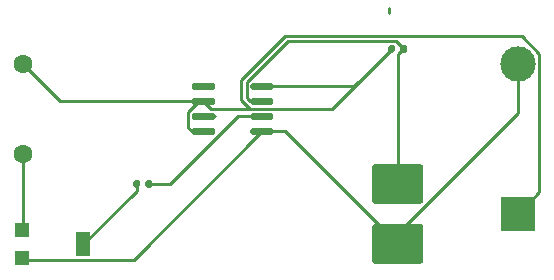
<source format=gbr>
%TF.GenerationSoftware,KiCad,Pcbnew,(5.1.9)-1*%
%TF.CreationDate,2021-03-21T15:36:50-07:00*%
%TF.ProjectId,light,6c696768-742e-46b6-9963-61645f706362,rev?*%
%TF.SameCoordinates,Original*%
%TF.FileFunction,Copper,L1,Top*%
%TF.FilePolarity,Positive*%
%FSLAX46Y46*%
G04 Gerber Fmt 4.6, Leading zero omitted, Abs format (unit mm)*
G04 Created by KiCad (PCBNEW (5.1.9)-1) date 2021-03-21 15:36:50*
%MOMM*%
%LPD*%
G01*
G04 APERTURE LIST*
%TA.AperFunction,SMDPad,CuDef*%
%ADD10R,1.300000X1.300000*%
%TD*%
%TA.AperFunction,SMDPad,CuDef*%
%ADD11R,1.300000X2.000000*%
%TD*%
%TA.AperFunction,ComponentPad*%
%ADD12C,1.600000*%
%TD*%
%TA.AperFunction,ComponentPad*%
%ADD13R,3.000000X3.000000*%
%TD*%
%TA.AperFunction,ComponentPad*%
%ADD14C,3.000000*%
%TD*%
%TA.AperFunction,Conductor*%
%ADD15C,0.250000*%
%TD*%
G04 APERTURE END LIST*
%TO.P,U1,8*%
%TO.N,Net-(BT1-Pad1)*%
%TA.AperFunction,SMDPad,CuDef*%
G36*
G01*
X149630000Y-94465000D02*
X149630000Y-94765000D01*
G75*
G02*
X149480000Y-94915000I-150000J0D01*
G01*
X147830000Y-94915000D01*
G75*
G02*
X147680000Y-94765000I0J150000D01*
G01*
X147680000Y-94465000D01*
G75*
G02*
X147830000Y-94315000I150000J0D01*
G01*
X149480000Y-94315000D01*
G75*
G02*
X149630000Y-94465000I0J-150000D01*
G01*
G37*
%TD.AperFunction*%
%TO.P,U1,7*%
%TO.N,Net-(U1-Pad7)*%
%TA.AperFunction,SMDPad,CuDef*%
G36*
G01*
X149630000Y-93195000D02*
X149630000Y-93495000D01*
G75*
G02*
X149480000Y-93645000I-150000J0D01*
G01*
X147830000Y-93645000D01*
G75*
G02*
X147680000Y-93495000I0J150000D01*
G01*
X147680000Y-93195000D01*
G75*
G02*
X147830000Y-93045000I150000J0D01*
G01*
X149480000Y-93045000D01*
G75*
G02*
X149630000Y-93195000I0J-150000D01*
G01*
G37*
%TD.AperFunction*%
%TO.P,U1,6*%
%TO.N,Net-(BT1-Pad1)*%
%TA.AperFunction,SMDPad,CuDef*%
G36*
G01*
X149630000Y-91925000D02*
X149630000Y-92225000D01*
G75*
G02*
X149480000Y-92375000I-150000J0D01*
G01*
X147830000Y-92375000D01*
G75*
G02*
X147680000Y-92225000I0J150000D01*
G01*
X147680000Y-91925000D01*
G75*
G02*
X147830000Y-91775000I150000J0D01*
G01*
X149480000Y-91775000D01*
G75*
G02*
X149630000Y-91925000I0J-150000D01*
G01*
G37*
%TD.AperFunction*%
%TO.P,U1,5*%
%TO.N,Net-(U1-Pad5)*%
%TA.AperFunction,SMDPad,CuDef*%
G36*
G01*
X149630000Y-90655000D02*
X149630000Y-90955000D01*
G75*
G02*
X149480000Y-91105000I-150000J0D01*
G01*
X147830000Y-91105000D01*
G75*
G02*
X147680000Y-90955000I0J150000D01*
G01*
X147680000Y-90655000D01*
G75*
G02*
X147830000Y-90505000I150000J0D01*
G01*
X149480000Y-90505000D01*
G75*
G02*
X149630000Y-90655000I0J-150000D01*
G01*
G37*
%TD.AperFunction*%
%TO.P,U1,4*%
%TO.N,Net-(BT1-Pad1)*%
%TA.AperFunction,SMDPad,CuDef*%
G36*
G01*
X154580000Y-90655000D02*
X154580000Y-90955000D01*
G75*
G02*
X154430000Y-91105000I-150000J0D01*
G01*
X152780000Y-91105000D01*
G75*
G02*
X152630000Y-90955000I0J150000D01*
G01*
X152630000Y-90655000D01*
G75*
G02*
X152780000Y-90505000I150000J0D01*
G01*
X154430000Y-90505000D01*
G75*
G02*
X154580000Y-90655000I0J-150000D01*
G01*
G37*
%TD.AperFunction*%
%TO.P,U1,3*%
%TO.N,Net-(D1-Pad1)*%
%TA.AperFunction,SMDPad,CuDef*%
G36*
G01*
X154580000Y-91925000D02*
X154580000Y-92225000D01*
G75*
G02*
X154430000Y-92375000I-150000J0D01*
G01*
X152780000Y-92375000D01*
G75*
G02*
X152630000Y-92225000I0J150000D01*
G01*
X152630000Y-91925000D01*
G75*
G02*
X152780000Y-91775000I150000J0D01*
G01*
X154430000Y-91775000D01*
G75*
G02*
X154580000Y-91925000I0J-150000D01*
G01*
G37*
%TD.AperFunction*%
%TO.P,U1,2*%
%TO.N,Net-(R2-Pad1)*%
%TA.AperFunction,SMDPad,CuDef*%
G36*
G01*
X154580000Y-93195000D02*
X154580000Y-93495000D01*
G75*
G02*
X154430000Y-93645000I-150000J0D01*
G01*
X152780000Y-93645000D01*
G75*
G02*
X152630000Y-93495000I0J150000D01*
G01*
X152630000Y-93195000D01*
G75*
G02*
X152780000Y-93045000I150000J0D01*
G01*
X154430000Y-93045000D01*
G75*
G02*
X154580000Y-93195000I0J-150000D01*
G01*
G37*
%TD.AperFunction*%
%TO.P,U1,1*%
%TO.N,Net-(BT1-Pad2)*%
%TA.AperFunction,SMDPad,CuDef*%
G36*
G01*
X154580000Y-94465000D02*
X154580000Y-94765000D01*
G75*
G02*
X154430000Y-94915000I-150000J0D01*
G01*
X152780000Y-94915000D01*
G75*
G02*
X152630000Y-94765000I0J150000D01*
G01*
X152630000Y-94465000D01*
G75*
G02*
X152780000Y-94315000I150000J0D01*
G01*
X154430000Y-94315000D01*
G75*
G02*
X154580000Y-94465000I0J-150000D01*
G01*
G37*
%TD.AperFunction*%
%TD*%
D10*
%TO.P,RV1,3*%
%TO.N,Net-(R1-Pad2)*%
X133290000Y-102990000D03*
D11*
%TO.P,RV1,2*%
%TO.N,Net-(R2-Pad2)*%
X138490000Y-104140000D03*
D10*
%TO.P,RV1,1*%
%TO.N,Net-(BT1-Pad2)*%
X133290000Y-105290000D03*
%TD*%
%TO.P,R3,1*%
%TO.N,Net-(BT1-Pad1)*%
%TA.AperFunction,SMDPad,CuDef*%
G36*
G01*
X164320000Y-87815000D02*
X164320000Y-87445000D01*
G75*
G02*
X164455000Y-87310000I135000J0D01*
G01*
X164725000Y-87310000D01*
G75*
G02*
X164860000Y-87445000I0J-135000D01*
G01*
X164860000Y-87815000D01*
G75*
G02*
X164725000Y-87950000I-135000J0D01*
G01*
X164455000Y-87950000D01*
G75*
G02*
X164320000Y-87815000I0J135000D01*
G01*
G37*
%TD.AperFunction*%
%TO.P,R3,2*%
%TO.N,Net-(D1-Pad1)*%
%TA.AperFunction,SMDPad,CuDef*%
G36*
G01*
X165340000Y-87815000D02*
X165340000Y-87445000D01*
G75*
G02*
X165475000Y-87310000I135000J0D01*
G01*
X165745000Y-87310000D01*
G75*
G02*
X165880000Y-87445000I0J-135000D01*
G01*
X165880000Y-87815000D01*
G75*
G02*
X165745000Y-87950000I-135000J0D01*
G01*
X165475000Y-87950000D01*
G75*
G02*
X165340000Y-87815000I0J135000D01*
G01*
G37*
%TD.AperFunction*%
%TD*%
%TO.P,R2,2*%
%TO.N,Net-(R2-Pad2)*%
%TA.AperFunction,SMDPad,CuDef*%
G36*
G01*
X143270000Y-98875000D02*
X143270000Y-99245000D01*
G75*
G02*
X143135000Y-99380000I-135000J0D01*
G01*
X142865000Y-99380000D01*
G75*
G02*
X142730000Y-99245000I0J135000D01*
G01*
X142730000Y-98875000D01*
G75*
G02*
X142865000Y-98740000I135000J0D01*
G01*
X143135000Y-98740000D01*
G75*
G02*
X143270000Y-98875000I0J-135000D01*
G01*
G37*
%TD.AperFunction*%
%TO.P,R2,1*%
%TO.N,Net-(R2-Pad1)*%
%TA.AperFunction,SMDPad,CuDef*%
G36*
G01*
X144290000Y-98875000D02*
X144290000Y-99245000D01*
G75*
G02*
X144155000Y-99380000I-135000J0D01*
G01*
X143885000Y-99380000D01*
G75*
G02*
X143750000Y-99245000I0J135000D01*
G01*
X143750000Y-98875000D01*
G75*
G02*
X143885000Y-98740000I135000J0D01*
G01*
X144155000Y-98740000D01*
G75*
G02*
X144290000Y-98875000I0J-135000D01*
G01*
G37*
%TD.AperFunction*%
%TD*%
D12*
%TO.P,R1,2*%
%TO.N,Net-(R1-Pad2)*%
X133350000Y-96500000D03*
%TO.P,R1,1*%
%TO.N,Net-(BT1-Pad1)*%
X133350000Y-88900000D03*
%TD*%
%TO.P,D1,2*%
%TO.N,Net-(BT1-Pad2)*%
%TA.AperFunction,SMDPad,CuDef*%
G36*
G01*
X163174999Y-102450000D02*
X167025001Y-102450000D01*
G75*
G02*
X167275000Y-102699999I0J-249999D01*
G01*
X167275000Y-105575001D01*
G75*
G02*
X167025001Y-105825000I-249999J0D01*
G01*
X163174999Y-105825000D01*
G75*
G02*
X162925000Y-105575001I0J249999D01*
G01*
X162925000Y-102699999D01*
G75*
G02*
X163174999Y-102450000I249999J0D01*
G01*
G37*
%TD.AperFunction*%
%TO.P,D1,1*%
%TO.N,Net-(D1-Pad1)*%
%TA.AperFunction,SMDPad,CuDef*%
G36*
G01*
X163174999Y-97375000D02*
X167025001Y-97375000D01*
G75*
G02*
X167275000Y-97624999I0J-249999D01*
G01*
X167275000Y-100500001D01*
G75*
G02*
X167025001Y-100750000I-249999J0D01*
G01*
X163174999Y-100750000D01*
G75*
G02*
X162925000Y-100500001I0J249999D01*
G01*
X162925000Y-97624999D01*
G75*
G02*
X163174999Y-97375000I249999J0D01*
G01*
G37*
%TD.AperFunction*%
%TD*%
D13*
%TO.P,BT1,1*%
%TO.N,Net-(BT1-Pad1)*%
X175260000Y-101600000D03*
D14*
%TO.P,BT1,2*%
%TO.N,Net-(BT1-Pad2)*%
X175260000Y-88900000D03*
%TD*%
D15*
%TO.N,*%
X164360000Y-84150000D02*
X164360000Y-84560000D01*
%TO.N,Net-(BT1-Pad1)*%
X136525000Y-92075000D02*
X133350000Y-88900000D01*
X148655000Y-92075000D02*
X136525000Y-92075000D01*
X159519990Y-92700010D02*
X164590000Y-87630000D01*
X149280010Y-92700010D02*
X159519990Y-92700010D01*
X148655000Y-92075000D02*
X149280010Y-92700010D01*
X161415000Y-90805000D02*
X164590000Y-87630000D01*
X153605000Y-90805000D02*
X161415000Y-90805000D01*
X148278232Y-92075000D02*
X148655000Y-92075000D01*
X147354990Y-92998242D02*
X148278232Y-92075000D01*
X147354990Y-94289990D02*
X147354990Y-92998242D01*
X147680000Y-94615000D02*
X147354990Y-94289990D01*
X148655000Y-94615000D02*
X147680000Y-94615000D01*
X159519990Y-92700010D02*
X161415000Y-90805000D01*
X152583242Y-92700010D02*
X159519990Y-92700010D01*
X151854980Y-90271842D02*
X151854980Y-91971748D01*
X175595983Y-86534981D02*
X155591841Y-86534981D01*
X177085001Y-88023999D02*
X175595983Y-86534981D01*
X155591841Y-86534981D02*
X151854980Y-90271842D01*
X177085001Y-99774999D02*
X177085001Y-88023999D01*
X151854980Y-91971748D02*
X152583242Y-92700010D01*
X175260000Y-101600000D02*
X177085001Y-99774999D01*
%TO.N,Net-(BT1-Pad2)*%
X142754999Y-105465001D02*
X153605000Y-94615000D01*
X133465001Y-105465001D02*
X142754999Y-105465001D01*
X133290000Y-105290000D02*
X133465001Y-105465001D01*
X155577500Y-94615000D02*
X165100000Y-104137500D01*
X153605000Y-94615000D02*
X155577500Y-94615000D01*
X165100000Y-103238190D02*
X165100000Y-104137500D01*
X175260000Y-93078190D02*
X165100000Y-103238190D01*
X175260000Y-88900000D02*
X175260000Y-93078190D01*
%TO.N,Net-(D1-Pad1)*%
X164964990Y-86984990D02*
X165610000Y-87630000D01*
X155778242Y-86984990D02*
X164964990Y-86984990D01*
X152304990Y-90458242D02*
X155778242Y-86984990D01*
X152304990Y-91749990D02*
X152304990Y-90458242D01*
X152630000Y-92075000D02*
X152304990Y-91749990D01*
X153605000Y-92075000D02*
X152630000Y-92075000D01*
X165560554Y-87630000D02*
X165610000Y-87630000D01*
X165100000Y-88090554D02*
X165560554Y-87630000D01*
X165100000Y-99062500D02*
X165100000Y-88090554D01*
%TO.N,Net-(R1-Pad2)*%
X133350000Y-102930000D02*
X133290000Y-102990000D01*
X133350000Y-96500000D02*
X133350000Y-102930000D01*
%TO.N,Net-(R2-Pad2)*%
X143000000Y-99630000D02*
X138490000Y-104140000D01*
X143000000Y-99060000D02*
X143000000Y-99630000D01*
%TO.N,Net-(R2-Pad1)*%
X151571768Y-93345000D02*
X145856768Y-99060000D01*
X153605000Y-93345000D02*
X151571768Y-93345000D01*
X145856768Y-99060000D02*
X144020000Y-99060000D01*
%TO.N,Net-(U1-Pad7)*%
X148655000Y-93345000D02*
X149665020Y-93345000D01*
%TD*%
M02*

</source>
